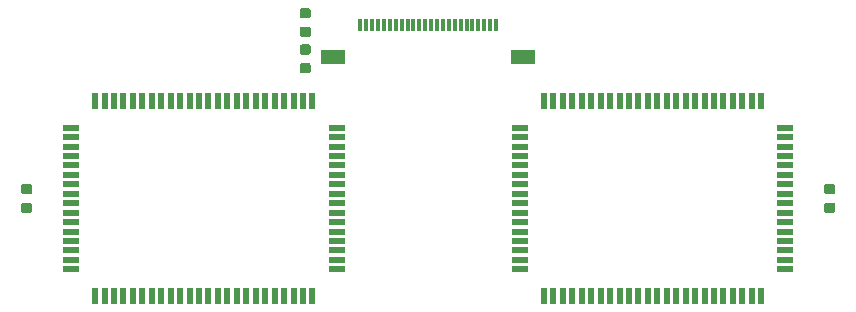
<source format=gbr>
G04 #@! TF.GenerationSoftware,KiCad,Pcbnew,5.1.5+dfsg1-2build2*
G04 #@! TF.CreationDate,2022-02-17T14:46:20+01:00*
G04 #@! TF.ProjectId,ModulAdapter_universal,4d6f6475-6c41-4646-9170-7465725f756e,rev?*
G04 #@! TF.SameCoordinates,Original*
G04 #@! TF.FileFunction,Paste,Bot*
G04 #@! TF.FilePolarity,Positive*
%FSLAX46Y46*%
G04 Gerber Fmt 4.6, Leading zero omitted, Abs format (unit mm)*
G04 Created by KiCad (PCBNEW 5.1.5+dfsg1-2build2) date 2022-02-17 14:46:20*
%MOMM*%
%LPD*%
G04 APERTURE LIST*
%ADD10R,0.500000X1.480000*%
%ADD11R,1.480000X0.500000*%
%ADD12R,2.000000X1.300000*%
%ADD13R,0.300000X1.000000*%
%ADD14C,0.100000*%
G04 APERTURE END LIST*
D10*
X109800000Y-91260000D03*
X110600000Y-91260000D03*
X111400000Y-91260000D03*
X112200000Y-91260000D03*
X113000000Y-91260000D03*
X113800000Y-91260000D03*
X114600000Y-91260000D03*
X115400000Y-91260000D03*
X116200000Y-91260000D03*
X117000000Y-91260000D03*
X117800000Y-91260000D03*
X118600000Y-91260000D03*
X119400000Y-91260000D03*
X120200000Y-91260000D03*
X121000000Y-91260000D03*
X121800000Y-91260000D03*
X122600000Y-91260000D03*
X123400000Y-91260000D03*
X124200000Y-91260000D03*
X125000000Y-91260000D03*
X125800000Y-91260000D03*
X126600000Y-91260000D03*
X127400000Y-91260000D03*
X128200000Y-91260000D03*
D11*
X130240000Y-93500000D03*
X130240000Y-94300000D03*
X130240000Y-95100000D03*
X130240000Y-95900000D03*
X130240000Y-96700000D03*
X130240000Y-97500000D03*
X130240000Y-98300000D03*
X130240000Y-99100000D03*
X130240000Y-99900000D03*
X130240000Y-100700000D03*
X130240000Y-101500000D03*
X130240000Y-102300000D03*
X130240000Y-103100000D03*
X130240000Y-103900000D03*
X130240000Y-104700000D03*
X130240000Y-105500000D03*
D10*
X128200000Y-107740000D03*
X127400000Y-107740000D03*
X126600000Y-107740000D03*
X125800000Y-107740000D03*
X125000000Y-107740000D03*
X124200000Y-107740000D03*
X123400000Y-107740000D03*
X122600000Y-107740000D03*
X121800000Y-107740000D03*
X121000000Y-107740000D03*
X120200000Y-107740000D03*
X119400000Y-107740000D03*
X118600000Y-107740000D03*
X117800000Y-107740000D03*
X117000000Y-107740000D03*
X116200000Y-107740000D03*
X115400000Y-107740000D03*
X114600000Y-107740000D03*
X113800000Y-107740000D03*
X113000000Y-107740000D03*
X112200000Y-107740000D03*
X111400000Y-107740000D03*
X110600000Y-107740000D03*
X109800000Y-107740000D03*
D11*
X107760000Y-105500000D03*
X107760000Y-104700000D03*
X107760000Y-103900000D03*
X107760000Y-103100000D03*
X107760000Y-102300000D03*
X107760000Y-101500000D03*
X107760000Y-100700000D03*
X107760000Y-99900000D03*
X107760000Y-99100000D03*
X107760000Y-98300000D03*
X107760000Y-97500000D03*
X107760000Y-96700000D03*
X107760000Y-95900000D03*
X107760000Y-95100000D03*
X107760000Y-94300000D03*
X107760000Y-93500000D03*
D10*
X90200000Y-107740000D03*
X89400000Y-107740000D03*
X88600000Y-107740000D03*
X87800000Y-107740000D03*
X87000000Y-107740000D03*
X86200000Y-107740000D03*
X85400000Y-107740000D03*
X84600000Y-107740000D03*
X83800000Y-107740000D03*
X83000000Y-107740000D03*
X82200000Y-107740000D03*
X81400000Y-107740000D03*
X80600000Y-107740000D03*
X79800000Y-107740000D03*
X79000000Y-107740000D03*
X78200000Y-107740000D03*
X77400000Y-107740000D03*
X76600000Y-107740000D03*
X75800000Y-107740000D03*
X75000000Y-107740000D03*
X74200000Y-107740000D03*
X73400000Y-107740000D03*
X72600000Y-107740000D03*
X71800000Y-107740000D03*
D11*
X69760000Y-105500000D03*
X69760000Y-104700000D03*
X69760000Y-103900000D03*
X69760000Y-103100000D03*
X69760000Y-102300000D03*
X69760000Y-101500000D03*
X69760000Y-100700000D03*
X69760000Y-99900000D03*
X69760000Y-99100000D03*
X69760000Y-98300000D03*
X69760000Y-97500000D03*
X69760000Y-96700000D03*
X69760000Y-95900000D03*
X69760000Y-95100000D03*
X69760000Y-94300000D03*
X69760000Y-93500000D03*
D10*
X71800000Y-91260000D03*
X72600000Y-91260000D03*
X73400000Y-91260000D03*
X74200000Y-91260000D03*
X75000000Y-91260000D03*
X75800000Y-91260000D03*
X76600000Y-91260000D03*
X77400000Y-91260000D03*
X78200000Y-91260000D03*
X79000000Y-91260000D03*
X79800000Y-91260000D03*
X80600000Y-91260000D03*
X81400000Y-91260000D03*
X82200000Y-91260000D03*
X83000000Y-91260000D03*
X83800000Y-91260000D03*
X84600000Y-91260000D03*
X85400000Y-91260000D03*
X86200000Y-91260000D03*
X87000000Y-91260000D03*
X87800000Y-91260000D03*
X88600000Y-91260000D03*
X89400000Y-91260000D03*
X90200000Y-91260000D03*
D11*
X92240000Y-93500000D03*
X92240000Y-94300000D03*
X92240000Y-95100000D03*
X92240000Y-95900000D03*
X92240000Y-96700000D03*
X92240000Y-97500000D03*
X92240000Y-98300000D03*
X92240000Y-99100000D03*
X92240000Y-99900000D03*
X92240000Y-100700000D03*
X92240000Y-101500000D03*
X92240000Y-102300000D03*
X92240000Y-103100000D03*
X92240000Y-103900000D03*
X92240000Y-104700000D03*
X92240000Y-105500000D03*
D12*
X108050000Y-87500000D03*
X91950000Y-87500000D03*
D13*
X105750000Y-84800000D03*
X105250000Y-84800000D03*
X104750000Y-84800000D03*
X104250000Y-84800000D03*
X103750000Y-84800000D03*
X103250000Y-84800000D03*
X102750000Y-84800000D03*
X102250000Y-84800000D03*
X101750000Y-84800000D03*
X101250000Y-84800000D03*
X100750000Y-84800000D03*
X100250000Y-84800000D03*
X99750000Y-84800000D03*
X99250000Y-84800000D03*
X98750000Y-84800000D03*
X98250000Y-84800000D03*
X97750000Y-84800000D03*
X97250000Y-84800000D03*
X96750000Y-84800000D03*
X96250000Y-84800000D03*
X95750000Y-84800000D03*
X95250000Y-84800000D03*
X94750000Y-84800000D03*
X94250000Y-84800000D03*
D14*
G36*
X134277691Y-98276053D02*
G01*
X134298926Y-98279203D01*
X134319750Y-98284419D01*
X134339962Y-98291651D01*
X134359368Y-98300830D01*
X134377781Y-98311866D01*
X134395024Y-98324654D01*
X134410930Y-98339070D01*
X134425346Y-98354976D01*
X134438134Y-98372219D01*
X134449170Y-98390632D01*
X134458349Y-98410038D01*
X134465581Y-98430250D01*
X134470797Y-98451074D01*
X134473947Y-98472309D01*
X134475000Y-98493750D01*
X134475000Y-98931250D01*
X134473947Y-98952691D01*
X134470797Y-98973926D01*
X134465581Y-98994750D01*
X134458349Y-99014962D01*
X134449170Y-99034368D01*
X134438134Y-99052781D01*
X134425346Y-99070024D01*
X134410930Y-99085930D01*
X134395024Y-99100346D01*
X134377781Y-99113134D01*
X134359368Y-99124170D01*
X134339962Y-99133349D01*
X134319750Y-99140581D01*
X134298926Y-99145797D01*
X134277691Y-99148947D01*
X134256250Y-99150000D01*
X133743750Y-99150000D01*
X133722309Y-99148947D01*
X133701074Y-99145797D01*
X133680250Y-99140581D01*
X133660038Y-99133349D01*
X133640632Y-99124170D01*
X133622219Y-99113134D01*
X133604976Y-99100346D01*
X133589070Y-99085930D01*
X133574654Y-99070024D01*
X133561866Y-99052781D01*
X133550830Y-99034368D01*
X133541651Y-99014962D01*
X133534419Y-98994750D01*
X133529203Y-98973926D01*
X133526053Y-98952691D01*
X133525000Y-98931250D01*
X133525000Y-98493750D01*
X133526053Y-98472309D01*
X133529203Y-98451074D01*
X133534419Y-98430250D01*
X133541651Y-98410038D01*
X133550830Y-98390632D01*
X133561866Y-98372219D01*
X133574654Y-98354976D01*
X133589070Y-98339070D01*
X133604976Y-98324654D01*
X133622219Y-98311866D01*
X133640632Y-98300830D01*
X133660038Y-98291651D01*
X133680250Y-98284419D01*
X133701074Y-98279203D01*
X133722309Y-98276053D01*
X133743750Y-98275000D01*
X134256250Y-98275000D01*
X134277691Y-98276053D01*
G37*
G36*
X134277691Y-99851053D02*
G01*
X134298926Y-99854203D01*
X134319750Y-99859419D01*
X134339962Y-99866651D01*
X134359368Y-99875830D01*
X134377781Y-99886866D01*
X134395024Y-99899654D01*
X134410930Y-99914070D01*
X134425346Y-99929976D01*
X134438134Y-99947219D01*
X134449170Y-99965632D01*
X134458349Y-99985038D01*
X134465581Y-100005250D01*
X134470797Y-100026074D01*
X134473947Y-100047309D01*
X134475000Y-100068750D01*
X134475000Y-100506250D01*
X134473947Y-100527691D01*
X134470797Y-100548926D01*
X134465581Y-100569750D01*
X134458349Y-100589962D01*
X134449170Y-100609368D01*
X134438134Y-100627781D01*
X134425346Y-100645024D01*
X134410930Y-100660930D01*
X134395024Y-100675346D01*
X134377781Y-100688134D01*
X134359368Y-100699170D01*
X134339962Y-100708349D01*
X134319750Y-100715581D01*
X134298926Y-100720797D01*
X134277691Y-100723947D01*
X134256250Y-100725000D01*
X133743750Y-100725000D01*
X133722309Y-100723947D01*
X133701074Y-100720797D01*
X133680250Y-100715581D01*
X133660038Y-100708349D01*
X133640632Y-100699170D01*
X133622219Y-100688134D01*
X133604976Y-100675346D01*
X133589070Y-100660930D01*
X133574654Y-100645024D01*
X133561866Y-100627781D01*
X133550830Y-100609368D01*
X133541651Y-100589962D01*
X133534419Y-100569750D01*
X133529203Y-100548926D01*
X133526053Y-100527691D01*
X133525000Y-100506250D01*
X133525000Y-100068750D01*
X133526053Y-100047309D01*
X133529203Y-100026074D01*
X133534419Y-100005250D01*
X133541651Y-99985038D01*
X133550830Y-99965632D01*
X133561866Y-99947219D01*
X133574654Y-99929976D01*
X133589070Y-99914070D01*
X133604976Y-99899654D01*
X133622219Y-99886866D01*
X133640632Y-99875830D01*
X133660038Y-99866651D01*
X133680250Y-99859419D01*
X133701074Y-99854203D01*
X133722309Y-99851053D01*
X133743750Y-99850000D01*
X134256250Y-99850000D01*
X134277691Y-99851053D01*
G37*
G36*
X66277691Y-98276053D02*
G01*
X66298926Y-98279203D01*
X66319750Y-98284419D01*
X66339962Y-98291651D01*
X66359368Y-98300830D01*
X66377781Y-98311866D01*
X66395024Y-98324654D01*
X66410930Y-98339070D01*
X66425346Y-98354976D01*
X66438134Y-98372219D01*
X66449170Y-98390632D01*
X66458349Y-98410038D01*
X66465581Y-98430250D01*
X66470797Y-98451074D01*
X66473947Y-98472309D01*
X66475000Y-98493750D01*
X66475000Y-98931250D01*
X66473947Y-98952691D01*
X66470797Y-98973926D01*
X66465581Y-98994750D01*
X66458349Y-99014962D01*
X66449170Y-99034368D01*
X66438134Y-99052781D01*
X66425346Y-99070024D01*
X66410930Y-99085930D01*
X66395024Y-99100346D01*
X66377781Y-99113134D01*
X66359368Y-99124170D01*
X66339962Y-99133349D01*
X66319750Y-99140581D01*
X66298926Y-99145797D01*
X66277691Y-99148947D01*
X66256250Y-99150000D01*
X65743750Y-99150000D01*
X65722309Y-99148947D01*
X65701074Y-99145797D01*
X65680250Y-99140581D01*
X65660038Y-99133349D01*
X65640632Y-99124170D01*
X65622219Y-99113134D01*
X65604976Y-99100346D01*
X65589070Y-99085930D01*
X65574654Y-99070024D01*
X65561866Y-99052781D01*
X65550830Y-99034368D01*
X65541651Y-99014962D01*
X65534419Y-98994750D01*
X65529203Y-98973926D01*
X65526053Y-98952691D01*
X65525000Y-98931250D01*
X65525000Y-98493750D01*
X65526053Y-98472309D01*
X65529203Y-98451074D01*
X65534419Y-98430250D01*
X65541651Y-98410038D01*
X65550830Y-98390632D01*
X65561866Y-98372219D01*
X65574654Y-98354976D01*
X65589070Y-98339070D01*
X65604976Y-98324654D01*
X65622219Y-98311866D01*
X65640632Y-98300830D01*
X65660038Y-98291651D01*
X65680250Y-98284419D01*
X65701074Y-98279203D01*
X65722309Y-98276053D01*
X65743750Y-98275000D01*
X66256250Y-98275000D01*
X66277691Y-98276053D01*
G37*
G36*
X66277691Y-99851053D02*
G01*
X66298926Y-99854203D01*
X66319750Y-99859419D01*
X66339962Y-99866651D01*
X66359368Y-99875830D01*
X66377781Y-99886866D01*
X66395024Y-99899654D01*
X66410930Y-99914070D01*
X66425346Y-99929976D01*
X66438134Y-99947219D01*
X66449170Y-99965632D01*
X66458349Y-99985038D01*
X66465581Y-100005250D01*
X66470797Y-100026074D01*
X66473947Y-100047309D01*
X66475000Y-100068750D01*
X66475000Y-100506250D01*
X66473947Y-100527691D01*
X66470797Y-100548926D01*
X66465581Y-100569750D01*
X66458349Y-100589962D01*
X66449170Y-100609368D01*
X66438134Y-100627781D01*
X66425346Y-100645024D01*
X66410930Y-100660930D01*
X66395024Y-100675346D01*
X66377781Y-100688134D01*
X66359368Y-100699170D01*
X66339962Y-100708349D01*
X66319750Y-100715581D01*
X66298926Y-100720797D01*
X66277691Y-100723947D01*
X66256250Y-100725000D01*
X65743750Y-100725000D01*
X65722309Y-100723947D01*
X65701074Y-100720797D01*
X65680250Y-100715581D01*
X65660038Y-100708349D01*
X65640632Y-100699170D01*
X65622219Y-100688134D01*
X65604976Y-100675346D01*
X65589070Y-100660930D01*
X65574654Y-100645024D01*
X65561866Y-100627781D01*
X65550830Y-100609368D01*
X65541651Y-100589962D01*
X65534419Y-100569750D01*
X65529203Y-100548926D01*
X65526053Y-100527691D01*
X65525000Y-100506250D01*
X65525000Y-100068750D01*
X65526053Y-100047309D01*
X65529203Y-100026074D01*
X65534419Y-100005250D01*
X65541651Y-99985038D01*
X65550830Y-99965632D01*
X65561866Y-99947219D01*
X65574654Y-99929976D01*
X65589070Y-99914070D01*
X65604976Y-99899654D01*
X65622219Y-99886866D01*
X65640632Y-99875830D01*
X65660038Y-99866651D01*
X65680250Y-99859419D01*
X65701074Y-99854203D01*
X65722309Y-99851053D01*
X65743750Y-99850000D01*
X66256250Y-99850000D01*
X66277691Y-99851053D01*
G37*
G36*
X89863691Y-88032053D02*
G01*
X89884926Y-88035203D01*
X89905750Y-88040419D01*
X89925962Y-88047651D01*
X89945368Y-88056830D01*
X89963781Y-88067866D01*
X89981024Y-88080654D01*
X89996930Y-88095070D01*
X90011346Y-88110976D01*
X90024134Y-88128219D01*
X90035170Y-88146632D01*
X90044349Y-88166038D01*
X90051581Y-88186250D01*
X90056797Y-88207074D01*
X90059947Y-88228309D01*
X90061000Y-88249750D01*
X90061000Y-88687250D01*
X90059947Y-88708691D01*
X90056797Y-88729926D01*
X90051581Y-88750750D01*
X90044349Y-88770962D01*
X90035170Y-88790368D01*
X90024134Y-88808781D01*
X90011346Y-88826024D01*
X89996930Y-88841930D01*
X89981024Y-88856346D01*
X89963781Y-88869134D01*
X89945368Y-88880170D01*
X89925962Y-88889349D01*
X89905750Y-88896581D01*
X89884926Y-88901797D01*
X89863691Y-88904947D01*
X89842250Y-88906000D01*
X89329750Y-88906000D01*
X89308309Y-88904947D01*
X89287074Y-88901797D01*
X89266250Y-88896581D01*
X89246038Y-88889349D01*
X89226632Y-88880170D01*
X89208219Y-88869134D01*
X89190976Y-88856346D01*
X89175070Y-88841930D01*
X89160654Y-88826024D01*
X89147866Y-88808781D01*
X89136830Y-88790368D01*
X89127651Y-88770962D01*
X89120419Y-88750750D01*
X89115203Y-88729926D01*
X89112053Y-88708691D01*
X89111000Y-88687250D01*
X89111000Y-88249750D01*
X89112053Y-88228309D01*
X89115203Y-88207074D01*
X89120419Y-88186250D01*
X89127651Y-88166038D01*
X89136830Y-88146632D01*
X89147866Y-88128219D01*
X89160654Y-88110976D01*
X89175070Y-88095070D01*
X89190976Y-88080654D01*
X89208219Y-88067866D01*
X89226632Y-88056830D01*
X89246038Y-88047651D01*
X89266250Y-88040419D01*
X89287074Y-88035203D01*
X89308309Y-88032053D01*
X89329750Y-88031000D01*
X89842250Y-88031000D01*
X89863691Y-88032053D01*
G37*
G36*
X89863691Y-86457053D02*
G01*
X89884926Y-86460203D01*
X89905750Y-86465419D01*
X89925962Y-86472651D01*
X89945368Y-86481830D01*
X89963781Y-86492866D01*
X89981024Y-86505654D01*
X89996930Y-86520070D01*
X90011346Y-86535976D01*
X90024134Y-86553219D01*
X90035170Y-86571632D01*
X90044349Y-86591038D01*
X90051581Y-86611250D01*
X90056797Y-86632074D01*
X90059947Y-86653309D01*
X90061000Y-86674750D01*
X90061000Y-87112250D01*
X90059947Y-87133691D01*
X90056797Y-87154926D01*
X90051581Y-87175750D01*
X90044349Y-87195962D01*
X90035170Y-87215368D01*
X90024134Y-87233781D01*
X90011346Y-87251024D01*
X89996930Y-87266930D01*
X89981024Y-87281346D01*
X89963781Y-87294134D01*
X89945368Y-87305170D01*
X89925962Y-87314349D01*
X89905750Y-87321581D01*
X89884926Y-87326797D01*
X89863691Y-87329947D01*
X89842250Y-87331000D01*
X89329750Y-87331000D01*
X89308309Y-87329947D01*
X89287074Y-87326797D01*
X89266250Y-87321581D01*
X89246038Y-87314349D01*
X89226632Y-87305170D01*
X89208219Y-87294134D01*
X89190976Y-87281346D01*
X89175070Y-87266930D01*
X89160654Y-87251024D01*
X89147866Y-87233781D01*
X89136830Y-87215368D01*
X89127651Y-87195962D01*
X89120419Y-87175750D01*
X89115203Y-87154926D01*
X89112053Y-87133691D01*
X89111000Y-87112250D01*
X89111000Y-86674750D01*
X89112053Y-86653309D01*
X89115203Y-86632074D01*
X89120419Y-86611250D01*
X89127651Y-86591038D01*
X89136830Y-86571632D01*
X89147866Y-86553219D01*
X89160654Y-86535976D01*
X89175070Y-86520070D01*
X89190976Y-86505654D01*
X89208219Y-86492866D01*
X89226632Y-86481830D01*
X89246038Y-86472651D01*
X89266250Y-86465419D01*
X89287074Y-86460203D01*
X89308309Y-86457053D01*
X89329750Y-86456000D01*
X89842250Y-86456000D01*
X89863691Y-86457053D01*
G37*
G36*
X89863691Y-84958553D02*
G01*
X89884926Y-84961703D01*
X89905750Y-84966919D01*
X89925962Y-84974151D01*
X89945368Y-84983330D01*
X89963781Y-84994366D01*
X89981024Y-85007154D01*
X89996930Y-85021570D01*
X90011346Y-85037476D01*
X90024134Y-85054719D01*
X90035170Y-85073132D01*
X90044349Y-85092538D01*
X90051581Y-85112750D01*
X90056797Y-85133574D01*
X90059947Y-85154809D01*
X90061000Y-85176250D01*
X90061000Y-85613750D01*
X90059947Y-85635191D01*
X90056797Y-85656426D01*
X90051581Y-85677250D01*
X90044349Y-85697462D01*
X90035170Y-85716868D01*
X90024134Y-85735281D01*
X90011346Y-85752524D01*
X89996930Y-85768430D01*
X89981024Y-85782846D01*
X89963781Y-85795634D01*
X89945368Y-85806670D01*
X89925962Y-85815849D01*
X89905750Y-85823081D01*
X89884926Y-85828297D01*
X89863691Y-85831447D01*
X89842250Y-85832500D01*
X89329750Y-85832500D01*
X89308309Y-85831447D01*
X89287074Y-85828297D01*
X89266250Y-85823081D01*
X89246038Y-85815849D01*
X89226632Y-85806670D01*
X89208219Y-85795634D01*
X89190976Y-85782846D01*
X89175070Y-85768430D01*
X89160654Y-85752524D01*
X89147866Y-85735281D01*
X89136830Y-85716868D01*
X89127651Y-85697462D01*
X89120419Y-85677250D01*
X89115203Y-85656426D01*
X89112053Y-85635191D01*
X89111000Y-85613750D01*
X89111000Y-85176250D01*
X89112053Y-85154809D01*
X89115203Y-85133574D01*
X89120419Y-85112750D01*
X89127651Y-85092538D01*
X89136830Y-85073132D01*
X89147866Y-85054719D01*
X89160654Y-85037476D01*
X89175070Y-85021570D01*
X89190976Y-85007154D01*
X89208219Y-84994366D01*
X89226632Y-84983330D01*
X89246038Y-84974151D01*
X89266250Y-84966919D01*
X89287074Y-84961703D01*
X89308309Y-84958553D01*
X89329750Y-84957500D01*
X89842250Y-84957500D01*
X89863691Y-84958553D01*
G37*
G36*
X89863691Y-83383553D02*
G01*
X89884926Y-83386703D01*
X89905750Y-83391919D01*
X89925962Y-83399151D01*
X89945368Y-83408330D01*
X89963781Y-83419366D01*
X89981024Y-83432154D01*
X89996930Y-83446570D01*
X90011346Y-83462476D01*
X90024134Y-83479719D01*
X90035170Y-83498132D01*
X90044349Y-83517538D01*
X90051581Y-83537750D01*
X90056797Y-83558574D01*
X90059947Y-83579809D01*
X90061000Y-83601250D01*
X90061000Y-84038750D01*
X90059947Y-84060191D01*
X90056797Y-84081426D01*
X90051581Y-84102250D01*
X90044349Y-84122462D01*
X90035170Y-84141868D01*
X90024134Y-84160281D01*
X90011346Y-84177524D01*
X89996930Y-84193430D01*
X89981024Y-84207846D01*
X89963781Y-84220634D01*
X89945368Y-84231670D01*
X89925962Y-84240849D01*
X89905750Y-84248081D01*
X89884926Y-84253297D01*
X89863691Y-84256447D01*
X89842250Y-84257500D01*
X89329750Y-84257500D01*
X89308309Y-84256447D01*
X89287074Y-84253297D01*
X89266250Y-84248081D01*
X89246038Y-84240849D01*
X89226632Y-84231670D01*
X89208219Y-84220634D01*
X89190976Y-84207846D01*
X89175070Y-84193430D01*
X89160654Y-84177524D01*
X89147866Y-84160281D01*
X89136830Y-84141868D01*
X89127651Y-84122462D01*
X89120419Y-84102250D01*
X89115203Y-84081426D01*
X89112053Y-84060191D01*
X89111000Y-84038750D01*
X89111000Y-83601250D01*
X89112053Y-83579809D01*
X89115203Y-83558574D01*
X89120419Y-83537750D01*
X89127651Y-83517538D01*
X89136830Y-83498132D01*
X89147866Y-83479719D01*
X89160654Y-83462476D01*
X89175070Y-83446570D01*
X89190976Y-83432154D01*
X89208219Y-83419366D01*
X89226632Y-83408330D01*
X89246038Y-83399151D01*
X89266250Y-83391919D01*
X89287074Y-83386703D01*
X89308309Y-83383553D01*
X89329750Y-83382500D01*
X89842250Y-83382500D01*
X89863691Y-83383553D01*
G37*
M02*

</source>
